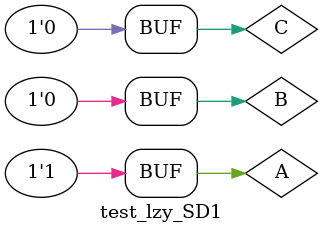
<source format=v>
`timescale 10ns/1ns
module test_lzy_74HC153;
    reg E;
    reg [1:0]S;
    reg [3:0]I;
    wire Y;
    lzy_74HC153 u0(E, S, I, Y);

    initial
        begin
     E = 0; S = $random; I = $random;
     repeat(20) begin
     #5 S = $random; I = $random;
     end
     #5 E = 1;
     end
endmodule

module test_lzy_SD1;
    reg A, B, C;
    wire Y;
    lzy_SD1 u1(A, B, C, Y);

    initial
        begin
        A = 0; B = 0; C = 0;
        #10 C = 1;
        #10 B = 1;
        #10 C = 0;
        #10 A = 1;       
        #10 C = 1;
        #10 B = 0;
        #10 C = 0;
    end
endmodule

</source>
